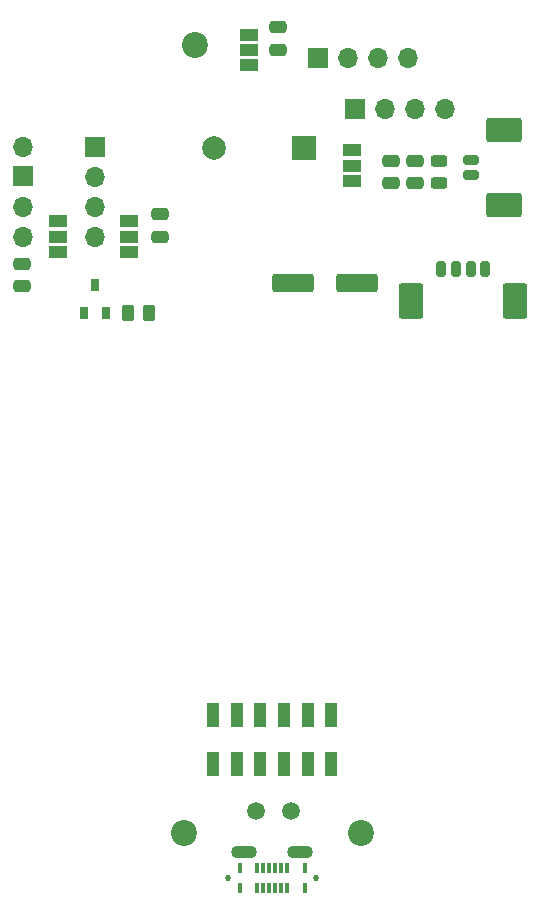
<source format=gbr>
%TF.GenerationSoftware,KiCad,Pcbnew,6.0.2+dfsg-1*%
%TF.CreationDate,2022-11-26T14:15:53-05:00*%
%TF.ProjectId,vindick,76696e64-6963-46b2-9e6b-696361645f70,rev?*%
%TF.SameCoordinates,Original*%
%TF.FileFunction,Soldermask,Top*%
%TF.FilePolarity,Negative*%
%FSLAX46Y46*%
G04 Gerber Fmt 4.6, Leading zero omitted, Abs format (unit mm)*
G04 Created by KiCad (PCBNEW 6.0.2+dfsg-1) date 2022-11-26 14:15:53*
%MOMM*%
%LPD*%
G01*
G04 APERTURE LIST*
G04 Aperture macros list*
%AMRoundRect*
0 Rectangle with rounded corners*
0 $1 Rounding radius*
0 $2 $3 $4 $5 $6 $7 $8 $9 X,Y pos of 4 corners*
0 Add a 4 corners polygon primitive as box body*
4,1,4,$2,$3,$4,$5,$6,$7,$8,$9,$2,$3,0*
0 Add four circle primitives for the rounded corners*
1,1,$1+$1,$2,$3*
1,1,$1+$1,$4,$5*
1,1,$1+$1,$6,$7*
1,1,$1+$1,$8,$9*
0 Add four rect primitives between the rounded corners*
20,1,$1+$1,$2,$3,$4,$5,0*
20,1,$1+$1,$4,$5,$6,$7,0*
20,1,$1+$1,$6,$7,$8,$9,0*
20,1,$1+$1,$8,$9,$2,$3,0*%
G04 Aperture macros list end*
%ADD10R,1.700000X1.700000*%
%ADD11O,1.700000X1.700000*%
%ADD12R,2.000000X2.000000*%
%ADD13C,2.000000*%
%ADD14RoundRect,0.250000X0.475000X-0.250000X0.475000X0.250000X-0.475000X0.250000X-0.475000X-0.250000X0*%
%ADD15RoundRect,0.250000X1.500000X0.550000X-1.500000X0.550000X-1.500000X-0.550000X1.500000X-0.550000X0*%
%ADD16RoundRect,0.243750X0.456250X-0.243750X0.456250X0.243750X-0.456250X0.243750X-0.456250X-0.243750X0*%
%ADD17RoundRect,0.249999X-0.262501X-0.450001X0.262501X-0.450001X0.262501X0.450001X-0.262501X0.450001X0*%
%ADD18C,1.500000*%
%ADD19R,1.500000X1.000000*%
%ADD20RoundRect,0.250000X-0.475000X0.250000X-0.475000X-0.250000X0.475000X-0.250000X0.475000X0.250000X0*%
%ADD21R,1.000000X2.000000*%
%ADD22C,0.520000*%
%ADD23R,0.300000X0.870000*%
%ADD24O,2.200000X1.100000*%
%ADD25C,2.200000*%
%ADD26RoundRect,0.200000X0.450000X-0.200000X0.450000X0.200000X-0.450000X0.200000X-0.450000X-0.200000X0*%
%ADD27RoundRect,0.250000X1.250000X-0.800000X1.250000X0.800000X-1.250000X0.800000X-1.250000X-0.800000X0*%
%ADD28RoundRect,0.200000X-0.200000X-0.450000X0.200000X-0.450000X0.200000X0.450000X-0.200000X0.450000X0*%
%ADD29RoundRect,0.250000X-0.800000X-1.250000X0.800000X-1.250000X0.800000X1.250000X-0.800000X1.250000X0*%
%ADD30R,0.700000X1.000000*%
G04 APERTURE END LIST*
D10*
%TO.C,I2C1*%
X38800000Y-70380000D03*
D11*
X38800000Y-67880000D03*
X38800000Y-72960000D03*
X38800000Y-75500000D03*
%TD*%
D12*
%TO.C,BZ1*%
X62600000Y-68000000D03*
D13*
X55000000Y-68000000D03*
%TD*%
D14*
%TO.C,C7*%
X72000000Y-71000000D03*
X72000000Y-69100000D03*
%TD*%
D15*
%TO.C,C8*%
X67100000Y-79400000D03*
X61700000Y-79400000D03*
%TD*%
D16*
%TO.C,D1*%
X74000000Y-71000000D03*
X74000000Y-69125000D03*
%TD*%
D17*
%TO.C,R1*%
X47675000Y-82000000D03*
X49500000Y-82000000D03*
%TD*%
D18*
%TO.C,D+1*%
X58500000Y-124100000D03*
%TD*%
%TO.C,D-1*%
X61500000Y-124100000D03*
%TD*%
D19*
%TO.C,JP1*%
X41800000Y-76800000D03*
X41800000Y-75500000D03*
X41800000Y-74200000D03*
%TD*%
%TO.C,JP2*%
X47800000Y-76800000D03*
X47800000Y-75500000D03*
X47800000Y-74200000D03*
%TD*%
%TO.C,JP3*%
X66700000Y-70800000D03*
X66700000Y-69500000D03*
X66700000Y-68200000D03*
%TD*%
%TO.C,JP4*%
X57900000Y-58400000D03*
X57900000Y-59700000D03*
X57900000Y-61000000D03*
%TD*%
D20*
%TO.C,C6*%
X70000000Y-69100000D03*
X70000000Y-71000000D03*
%TD*%
D14*
%TO.C,C9*%
X60400000Y-59700000D03*
X60400000Y-57800000D03*
%TD*%
D20*
%TO.C,C1*%
X38700000Y-77800000D03*
X38700000Y-79700000D03*
%TD*%
D14*
%TO.C,C4*%
X50400000Y-75500000D03*
X50400000Y-73600000D03*
%TD*%
D21*
%TO.C,J3*%
X64900000Y-120200000D03*
X62900000Y-120200000D03*
X60900000Y-120200000D03*
X58900000Y-120200000D03*
X56900000Y-120200000D03*
X54900000Y-120200000D03*
%TD*%
%TO.C,J2*%
X64900000Y-116000000D03*
X62900000Y-116000000D03*
X60900000Y-116000000D03*
X58900000Y-116000000D03*
X56900000Y-116000000D03*
X54900000Y-116000000D03*
%TD*%
D22*
%TO.C,J1*%
X63650000Y-129800000D03*
X56150000Y-129800000D03*
D23*
X57150000Y-128935000D03*
X58650000Y-128935000D03*
X59150000Y-128935000D03*
X59650000Y-128935000D03*
X60150000Y-128935000D03*
X60650000Y-128935000D03*
X61150000Y-128935000D03*
X62650000Y-128935000D03*
X62650000Y-130665000D03*
X61150000Y-130665000D03*
X60650000Y-130665000D03*
X60150000Y-130665000D03*
X59650000Y-130665000D03*
X59150000Y-130665000D03*
X58650000Y-130665000D03*
X57150000Y-130665000D03*
D24*
X57500000Y-127650000D03*
X62300000Y-127650000D03*
%TD*%
D25*
%TO.C,REF\u002A\u002A*%
X52400000Y-126000000D03*
%TD*%
%TO.C,REF\u002A\u002A*%
X67400000Y-126000000D03*
%TD*%
%TO.C,REF\u002A\u002A*%
X53400000Y-59250000D03*
%TD*%
D26*
%TO.C,FAN1*%
X76750000Y-70300000D03*
X76750000Y-69050000D03*
D27*
X79500000Y-66500000D03*
X79500000Y-72850000D03*
%TD*%
D28*
%TO.C,J5*%
X74200000Y-78250000D03*
X75450000Y-78250000D03*
X76700000Y-78250000D03*
X77950000Y-78250000D03*
D29*
X71650000Y-81000000D03*
X80500000Y-81000000D03*
%TD*%
D30*
%TO.C,Q1*%
X43950000Y-82000000D03*
X45850000Y-82000000D03*
X44900000Y-79600000D03*
%TD*%
D10*
%TO.C,I2C2*%
X44900000Y-67900000D03*
D11*
X44900000Y-70440000D03*
X44900000Y-72980000D03*
X44900000Y-75520000D03*
%TD*%
D10*
%TO.C,I2C3*%
X66920000Y-64700000D03*
D11*
X69460000Y-64700000D03*
X72000000Y-64700000D03*
X74540000Y-64700000D03*
%TD*%
D10*
%TO.C,I2C4*%
X63800000Y-60400000D03*
D11*
X66340000Y-60400000D03*
X71420000Y-60400000D03*
X68880000Y-60400000D03*
%TD*%
M02*

</source>
